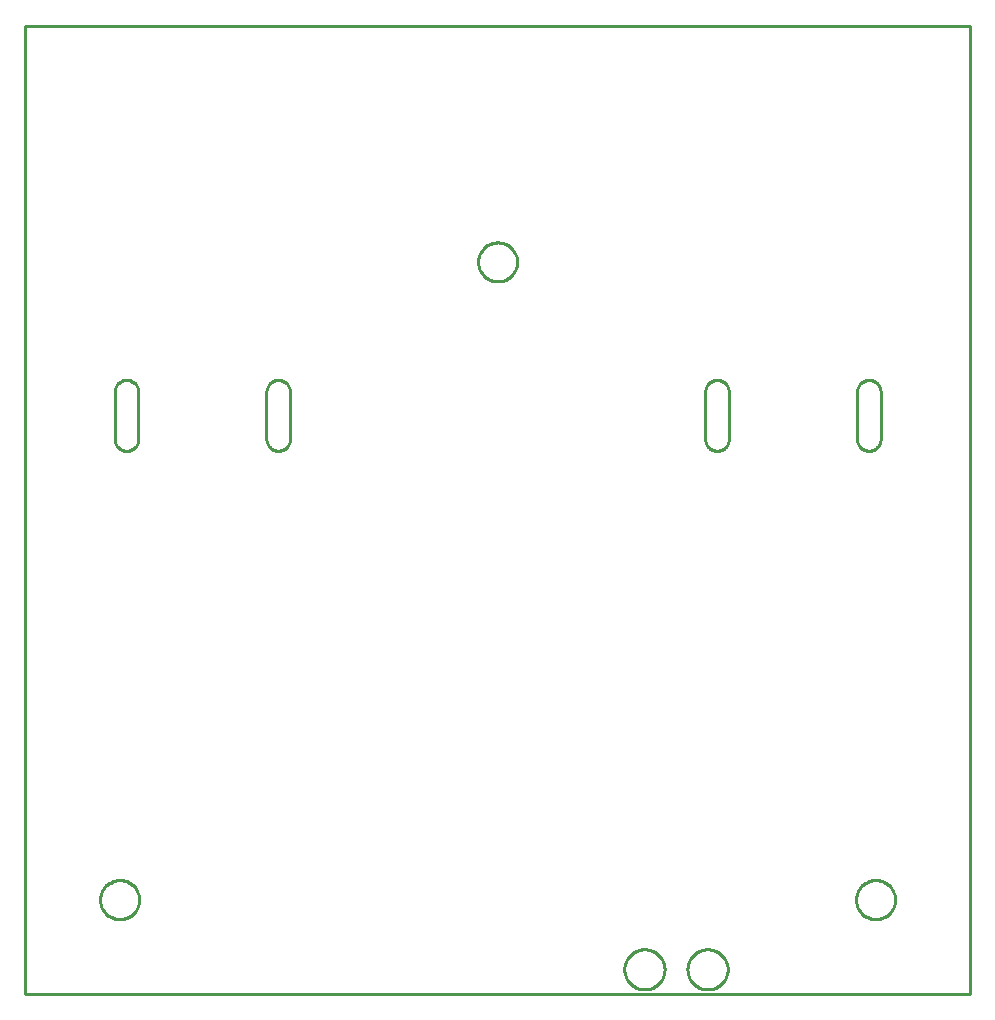
<source format=gbr>
G04 EAGLE Gerber RS-274X export*
G75*
%MOMM*%
%FSLAX34Y34*%
%LPD*%
%IN*%
%IPPOS*%
%AMOC8*
5,1,8,0,0,1.08239X$1,22.5*%
G01*
%ADD10C,0.254000*%


D10*
X0Y0D02*
X800000Y0D01*
X800000Y820000D01*
X0Y820000D01*
X0Y0D01*
X704250Y470000D02*
X704288Y469128D01*
X704402Y468264D01*
X704591Y467412D01*
X704853Y466580D01*
X705187Y465774D01*
X705590Y465000D01*
X706058Y464264D01*
X706590Y463572D01*
X707179Y462929D01*
X707822Y462340D01*
X708514Y461808D01*
X709250Y461340D01*
X710024Y460937D01*
X710830Y460603D01*
X711662Y460341D01*
X712514Y460152D01*
X713378Y460038D01*
X714250Y460000D01*
X715122Y460038D01*
X715986Y460152D01*
X716838Y460341D01*
X717670Y460603D01*
X718476Y460937D01*
X719250Y461340D01*
X719986Y461808D01*
X720678Y462340D01*
X721321Y462929D01*
X721910Y463572D01*
X722442Y464264D01*
X722910Y465000D01*
X723313Y465774D01*
X723647Y466580D01*
X723909Y467412D01*
X724098Y468264D01*
X724212Y469128D01*
X724250Y470000D01*
X724250Y510000D01*
X724212Y510872D01*
X724098Y511736D01*
X723909Y512588D01*
X723647Y513420D01*
X723313Y514226D01*
X722910Y515000D01*
X722442Y515736D01*
X721910Y516428D01*
X721321Y517071D01*
X720678Y517660D01*
X719986Y518192D01*
X719250Y518660D01*
X718476Y519063D01*
X717670Y519397D01*
X716838Y519659D01*
X715986Y519848D01*
X715122Y519962D01*
X714250Y520000D01*
X713378Y519962D01*
X712514Y519848D01*
X711662Y519659D01*
X710830Y519397D01*
X710024Y519063D01*
X709250Y518660D01*
X708514Y518192D01*
X707822Y517660D01*
X707179Y517071D01*
X706590Y516428D01*
X706058Y515736D01*
X705590Y515000D01*
X705187Y514226D01*
X704853Y513420D01*
X704591Y512588D01*
X704402Y511736D01*
X704288Y510872D01*
X704250Y510000D01*
X704250Y470000D01*
X575750Y470000D02*
X575788Y469128D01*
X575902Y468264D01*
X576091Y467412D01*
X576353Y466580D01*
X576687Y465774D01*
X577090Y465000D01*
X577558Y464264D01*
X578090Y463572D01*
X578679Y462929D01*
X579322Y462340D01*
X580014Y461808D01*
X580750Y461340D01*
X581524Y460937D01*
X582330Y460603D01*
X583162Y460341D01*
X584014Y460152D01*
X584878Y460038D01*
X585750Y460000D01*
X586622Y460038D01*
X587486Y460152D01*
X588338Y460341D01*
X589170Y460603D01*
X589976Y460937D01*
X590750Y461340D01*
X591486Y461808D01*
X592178Y462340D01*
X592821Y462929D01*
X593410Y463572D01*
X593942Y464264D01*
X594410Y465000D01*
X594813Y465774D01*
X595147Y466580D01*
X595409Y467412D01*
X595598Y468264D01*
X595712Y469128D01*
X595750Y470000D01*
X595750Y510000D01*
X595712Y510872D01*
X595598Y511736D01*
X595409Y512588D01*
X595147Y513420D01*
X594813Y514226D01*
X594410Y515000D01*
X593942Y515736D01*
X593410Y516428D01*
X592821Y517071D01*
X592178Y517660D01*
X591486Y518192D01*
X590750Y518660D01*
X589976Y519063D01*
X589170Y519397D01*
X588338Y519659D01*
X587486Y519848D01*
X586622Y519962D01*
X585750Y520000D01*
X584878Y519962D01*
X584014Y519848D01*
X583162Y519659D01*
X582330Y519397D01*
X581524Y519063D01*
X580750Y518660D01*
X580014Y518192D01*
X579322Y517660D01*
X578679Y517071D01*
X578090Y516428D01*
X577558Y515736D01*
X577090Y515000D01*
X576687Y514226D01*
X576353Y513420D01*
X576091Y512588D01*
X575902Y511736D01*
X575788Y510872D01*
X575750Y510000D01*
X575750Y470000D01*
X75750Y470000D02*
X75788Y469128D01*
X75902Y468264D01*
X76091Y467412D01*
X76353Y466580D01*
X76687Y465774D01*
X77090Y465000D01*
X77558Y464264D01*
X78090Y463572D01*
X78679Y462929D01*
X79322Y462340D01*
X80014Y461808D01*
X80750Y461340D01*
X81524Y460937D01*
X82330Y460603D01*
X83162Y460341D01*
X84014Y460152D01*
X84878Y460038D01*
X85750Y460000D01*
X86622Y460038D01*
X87486Y460152D01*
X88338Y460341D01*
X89170Y460603D01*
X89976Y460937D01*
X90750Y461340D01*
X91486Y461808D01*
X92178Y462340D01*
X92821Y462929D01*
X93410Y463572D01*
X93942Y464264D01*
X94410Y465000D01*
X94813Y465774D01*
X95147Y466580D01*
X95409Y467412D01*
X95598Y468264D01*
X95712Y469128D01*
X95750Y470000D01*
X95750Y510000D01*
X95712Y510872D01*
X95598Y511736D01*
X95409Y512588D01*
X95147Y513420D01*
X94813Y514226D01*
X94410Y515000D01*
X93942Y515736D01*
X93410Y516428D01*
X92821Y517071D01*
X92178Y517660D01*
X91486Y518192D01*
X90750Y518660D01*
X89976Y519063D01*
X89170Y519397D01*
X88338Y519659D01*
X87486Y519848D01*
X86622Y519962D01*
X85750Y520000D01*
X84878Y519962D01*
X84014Y519848D01*
X83162Y519659D01*
X82330Y519397D01*
X81524Y519063D01*
X80750Y518660D01*
X80014Y518192D01*
X79322Y517660D01*
X78679Y517071D01*
X78090Y516428D01*
X77558Y515736D01*
X77090Y515000D01*
X76687Y514226D01*
X76353Y513420D01*
X76091Y512588D01*
X75902Y511736D01*
X75788Y510872D01*
X75750Y510000D01*
X75750Y470000D01*
X204250Y470000D02*
X204288Y469128D01*
X204402Y468264D01*
X204591Y467412D01*
X204853Y466580D01*
X205187Y465774D01*
X205590Y465000D01*
X206058Y464264D01*
X206590Y463572D01*
X207179Y462929D01*
X207822Y462340D01*
X208514Y461808D01*
X209250Y461340D01*
X210024Y460937D01*
X210830Y460603D01*
X211662Y460341D01*
X212514Y460152D01*
X213378Y460038D01*
X214250Y460000D01*
X215122Y460038D01*
X215986Y460152D01*
X216838Y460341D01*
X217670Y460603D01*
X218476Y460937D01*
X219250Y461340D01*
X219986Y461808D01*
X220678Y462340D01*
X221321Y462929D01*
X221910Y463572D01*
X222442Y464264D01*
X222910Y465000D01*
X223313Y465774D01*
X223647Y466580D01*
X223909Y467412D01*
X224098Y468264D01*
X224212Y469128D01*
X224250Y470000D01*
X224250Y510000D01*
X224212Y510872D01*
X224098Y511736D01*
X223909Y512588D01*
X223647Y513420D01*
X223313Y514226D01*
X222910Y515000D01*
X222442Y515736D01*
X221910Y516428D01*
X221321Y517071D01*
X220678Y517660D01*
X219986Y518192D01*
X219250Y518660D01*
X218476Y519063D01*
X217670Y519397D01*
X216838Y519659D01*
X215986Y519848D01*
X215122Y519962D01*
X214250Y520000D01*
X213378Y519962D01*
X212514Y519848D01*
X211662Y519659D01*
X210830Y519397D01*
X210024Y519063D01*
X209250Y518660D01*
X208514Y518192D01*
X207822Y517660D01*
X207179Y517071D01*
X206590Y516428D01*
X206058Y515736D01*
X205590Y515000D01*
X205187Y514226D01*
X204853Y513420D01*
X204591Y512588D01*
X204402Y511736D01*
X204288Y510872D01*
X204250Y510000D01*
X204250Y470000D01*
X96500Y79460D02*
X96429Y78382D01*
X96288Y77311D01*
X96078Y76251D01*
X95798Y75208D01*
X95451Y74185D01*
X95037Y73187D01*
X94560Y72218D01*
X94019Y71282D01*
X93419Y70384D01*
X92762Y69527D01*
X92049Y68715D01*
X91285Y67951D01*
X90473Y67239D01*
X89616Y66581D01*
X88718Y65981D01*
X87782Y65441D01*
X86813Y64963D01*
X85815Y64549D01*
X84792Y64202D01*
X83749Y63922D01*
X82689Y63712D01*
X81618Y63571D01*
X80540Y63500D01*
X79460Y63500D01*
X78382Y63571D01*
X77311Y63712D01*
X76251Y63922D01*
X75208Y64202D01*
X74185Y64549D01*
X73187Y64963D01*
X72218Y65441D01*
X71282Y65981D01*
X70384Y66581D01*
X69527Y67239D01*
X68715Y67951D01*
X67951Y68715D01*
X67239Y69527D01*
X66581Y70384D01*
X65981Y71282D01*
X65441Y72218D01*
X64963Y73187D01*
X64549Y74185D01*
X64202Y75208D01*
X63922Y76251D01*
X63712Y77311D01*
X63571Y78382D01*
X63500Y79460D01*
X63500Y80540D01*
X63571Y81618D01*
X63712Y82689D01*
X63922Y83749D01*
X64202Y84792D01*
X64549Y85815D01*
X64963Y86813D01*
X65441Y87782D01*
X65981Y88718D01*
X66581Y89616D01*
X67239Y90473D01*
X67951Y91285D01*
X68715Y92049D01*
X69527Y92762D01*
X70384Y93419D01*
X71282Y94019D01*
X72218Y94560D01*
X73187Y95037D01*
X74185Y95451D01*
X75208Y95798D01*
X76251Y96078D01*
X77311Y96288D01*
X78382Y96429D01*
X79460Y96500D01*
X80540Y96500D01*
X81618Y96429D01*
X82689Y96288D01*
X83749Y96078D01*
X84792Y95798D01*
X85815Y95451D01*
X86813Y95037D01*
X87782Y94560D01*
X88718Y94019D01*
X89616Y93419D01*
X90473Y92762D01*
X91285Y92049D01*
X92049Y91285D01*
X92762Y90473D01*
X93419Y89616D01*
X94019Y88718D01*
X94560Y87782D01*
X95037Y86813D01*
X95451Y85815D01*
X95798Y84792D01*
X96078Y83749D01*
X96288Y82689D01*
X96429Y81618D01*
X96500Y80540D01*
X96500Y79460D01*
X736500Y79460D02*
X736429Y78382D01*
X736288Y77311D01*
X736078Y76251D01*
X735798Y75208D01*
X735451Y74185D01*
X735037Y73187D01*
X734560Y72218D01*
X734019Y71282D01*
X733419Y70384D01*
X732762Y69527D01*
X732049Y68715D01*
X731285Y67951D01*
X730473Y67239D01*
X729616Y66581D01*
X728718Y65981D01*
X727782Y65441D01*
X726813Y64963D01*
X725815Y64549D01*
X724792Y64202D01*
X723749Y63922D01*
X722689Y63712D01*
X721618Y63571D01*
X720540Y63500D01*
X719460Y63500D01*
X718382Y63571D01*
X717311Y63712D01*
X716251Y63922D01*
X715208Y64202D01*
X714185Y64549D01*
X713187Y64963D01*
X712218Y65441D01*
X711282Y65981D01*
X710384Y66581D01*
X709527Y67239D01*
X708715Y67951D01*
X707951Y68715D01*
X707239Y69527D01*
X706581Y70384D01*
X705981Y71282D01*
X705441Y72218D01*
X704963Y73187D01*
X704549Y74185D01*
X704202Y75208D01*
X703922Y76251D01*
X703712Y77311D01*
X703571Y78382D01*
X703500Y79460D01*
X703500Y80540D01*
X703571Y81618D01*
X703712Y82689D01*
X703922Y83749D01*
X704202Y84792D01*
X704549Y85815D01*
X704963Y86813D01*
X705441Y87782D01*
X705981Y88718D01*
X706581Y89616D01*
X707239Y90473D01*
X707951Y91285D01*
X708715Y92049D01*
X709527Y92762D01*
X710384Y93419D01*
X711282Y94019D01*
X712218Y94560D01*
X713187Y95037D01*
X714185Y95451D01*
X715208Y95798D01*
X716251Y96078D01*
X717311Y96288D01*
X718382Y96429D01*
X719460Y96500D01*
X720540Y96500D01*
X721618Y96429D01*
X722689Y96288D01*
X723749Y96078D01*
X724792Y95798D01*
X725815Y95451D01*
X726813Y95037D01*
X727782Y94560D01*
X728718Y94019D01*
X729616Y93419D01*
X730473Y92762D01*
X731285Y92049D01*
X732049Y91285D01*
X732762Y90473D01*
X733419Y89616D01*
X734019Y88718D01*
X734560Y87782D01*
X735037Y86813D01*
X735451Y85815D01*
X735798Y84792D01*
X736078Y83749D01*
X736288Y82689D01*
X736429Y81618D01*
X736500Y80540D01*
X736500Y79460D01*
X416500Y619460D02*
X416429Y618382D01*
X416288Y617311D01*
X416078Y616251D01*
X415798Y615208D01*
X415451Y614185D01*
X415037Y613187D01*
X414560Y612218D01*
X414019Y611282D01*
X413419Y610384D01*
X412762Y609527D01*
X412049Y608715D01*
X411285Y607951D01*
X410473Y607239D01*
X409616Y606581D01*
X408718Y605981D01*
X407782Y605441D01*
X406813Y604963D01*
X405815Y604549D01*
X404792Y604202D01*
X403749Y603922D01*
X402689Y603712D01*
X401618Y603571D01*
X400540Y603500D01*
X399460Y603500D01*
X398382Y603571D01*
X397311Y603712D01*
X396251Y603922D01*
X395208Y604202D01*
X394185Y604549D01*
X393187Y604963D01*
X392218Y605441D01*
X391282Y605981D01*
X390384Y606581D01*
X389527Y607239D01*
X388715Y607951D01*
X387951Y608715D01*
X387239Y609527D01*
X386581Y610384D01*
X385981Y611282D01*
X385441Y612218D01*
X384963Y613187D01*
X384549Y614185D01*
X384202Y615208D01*
X383922Y616251D01*
X383712Y617311D01*
X383571Y618382D01*
X383500Y619460D01*
X383500Y620540D01*
X383571Y621618D01*
X383712Y622689D01*
X383922Y623749D01*
X384202Y624792D01*
X384549Y625815D01*
X384963Y626813D01*
X385441Y627782D01*
X385981Y628718D01*
X386581Y629616D01*
X387239Y630473D01*
X387951Y631285D01*
X388715Y632049D01*
X389527Y632762D01*
X390384Y633419D01*
X391282Y634019D01*
X392218Y634560D01*
X393187Y635037D01*
X394185Y635451D01*
X395208Y635798D01*
X396251Y636078D01*
X397311Y636288D01*
X398382Y636429D01*
X399460Y636500D01*
X400540Y636500D01*
X401618Y636429D01*
X402689Y636288D01*
X403749Y636078D01*
X404792Y635798D01*
X405815Y635451D01*
X406813Y635037D01*
X407782Y634560D01*
X408718Y634019D01*
X409616Y633419D01*
X410473Y632762D01*
X411285Y632049D01*
X412049Y631285D01*
X412762Y630473D01*
X413419Y629616D01*
X414019Y628718D01*
X414560Y627782D01*
X415037Y626813D01*
X415451Y625815D01*
X415798Y624792D01*
X416078Y623749D01*
X416288Y622689D01*
X416429Y621618D01*
X416500Y620540D01*
X416500Y619460D01*
X541300Y20443D02*
X541227Y19333D01*
X541082Y18229D01*
X540865Y17138D01*
X540577Y16063D01*
X540219Y15009D01*
X539793Y13980D01*
X539301Y12982D01*
X538744Y12018D01*
X538126Y11093D01*
X537448Y10210D01*
X536714Y9373D01*
X535927Y8586D01*
X535090Y7852D01*
X534207Y7174D01*
X533282Y6556D01*
X532318Y5999D01*
X531320Y5507D01*
X530291Y5081D01*
X529237Y4723D01*
X528162Y4435D01*
X527071Y4218D01*
X525967Y4073D01*
X524857Y4000D01*
X523743Y4000D01*
X522633Y4073D01*
X521529Y4218D01*
X520438Y4435D01*
X519363Y4723D01*
X518309Y5081D01*
X517280Y5507D01*
X516282Y5999D01*
X515318Y6556D01*
X514393Y7174D01*
X513510Y7852D01*
X512673Y8586D01*
X511886Y9373D01*
X511152Y10210D01*
X510474Y11093D01*
X509856Y12018D01*
X509299Y12982D01*
X508807Y13980D01*
X508381Y15009D01*
X508023Y16063D01*
X507735Y17138D01*
X507518Y18229D01*
X507373Y19333D01*
X507300Y20443D01*
X507300Y21557D01*
X507373Y22667D01*
X507518Y23771D01*
X507735Y24862D01*
X508023Y25937D01*
X508381Y26991D01*
X508807Y28020D01*
X509299Y29018D01*
X509856Y29982D01*
X510474Y30907D01*
X511152Y31790D01*
X511886Y32627D01*
X512673Y33414D01*
X513510Y34148D01*
X514393Y34826D01*
X515318Y35444D01*
X516282Y36001D01*
X517280Y36493D01*
X518309Y36919D01*
X519363Y37277D01*
X520438Y37565D01*
X521529Y37782D01*
X522633Y37927D01*
X523743Y38000D01*
X524857Y38000D01*
X525967Y37927D01*
X527071Y37782D01*
X528162Y37565D01*
X529237Y37277D01*
X530291Y36919D01*
X531320Y36493D01*
X532318Y36001D01*
X533282Y35444D01*
X534207Y34826D01*
X535090Y34148D01*
X535927Y33414D01*
X536714Y32627D01*
X537448Y31790D01*
X538126Y30907D01*
X538744Y29982D01*
X539301Y29018D01*
X539793Y28020D01*
X540219Y26991D01*
X540577Y25937D01*
X540865Y24862D01*
X541082Y23771D01*
X541227Y22667D01*
X541300Y21557D01*
X541300Y20443D01*
X594700Y20443D02*
X594627Y19333D01*
X594482Y18229D01*
X594265Y17138D01*
X593977Y16063D01*
X593619Y15009D01*
X593193Y13980D01*
X592701Y12982D01*
X592144Y12018D01*
X591526Y11093D01*
X590848Y10210D01*
X590114Y9373D01*
X589327Y8586D01*
X588490Y7852D01*
X587607Y7174D01*
X586682Y6556D01*
X585718Y5999D01*
X584720Y5507D01*
X583691Y5081D01*
X582637Y4723D01*
X581562Y4435D01*
X580471Y4218D01*
X579367Y4073D01*
X578257Y4000D01*
X577143Y4000D01*
X576033Y4073D01*
X574929Y4218D01*
X573838Y4435D01*
X572763Y4723D01*
X571709Y5081D01*
X570680Y5507D01*
X569682Y5999D01*
X568718Y6556D01*
X567793Y7174D01*
X566910Y7852D01*
X566073Y8586D01*
X565286Y9373D01*
X564552Y10210D01*
X563874Y11093D01*
X563256Y12018D01*
X562699Y12982D01*
X562207Y13980D01*
X561781Y15009D01*
X561423Y16063D01*
X561135Y17138D01*
X560918Y18229D01*
X560773Y19333D01*
X560700Y20443D01*
X560700Y21557D01*
X560773Y22667D01*
X560918Y23771D01*
X561135Y24862D01*
X561423Y25937D01*
X561781Y26991D01*
X562207Y28020D01*
X562699Y29018D01*
X563256Y29982D01*
X563874Y30907D01*
X564552Y31790D01*
X565286Y32627D01*
X566073Y33414D01*
X566910Y34148D01*
X567793Y34826D01*
X568718Y35444D01*
X569682Y36001D01*
X570680Y36493D01*
X571709Y36919D01*
X572763Y37277D01*
X573838Y37565D01*
X574929Y37782D01*
X576033Y37927D01*
X577143Y38000D01*
X578257Y38000D01*
X579367Y37927D01*
X580471Y37782D01*
X581562Y37565D01*
X582637Y37277D01*
X583691Y36919D01*
X584720Y36493D01*
X585718Y36001D01*
X586682Y35444D01*
X587607Y34826D01*
X588490Y34148D01*
X589327Y33414D01*
X590114Y32627D01*
X590848Y31790D01*
X591526Y30907D01*
X592144Y29982D01*
X592701Y29018D01*
X593193Y28020D01*
X593619Y26991D01*
X593977Y25937D01*
X594265Y24862D01*
X594482Y23771D01*
X594627Y22667D01*
X594700Y21557D01*
X594700Y20443D01*
M02*

</source>
